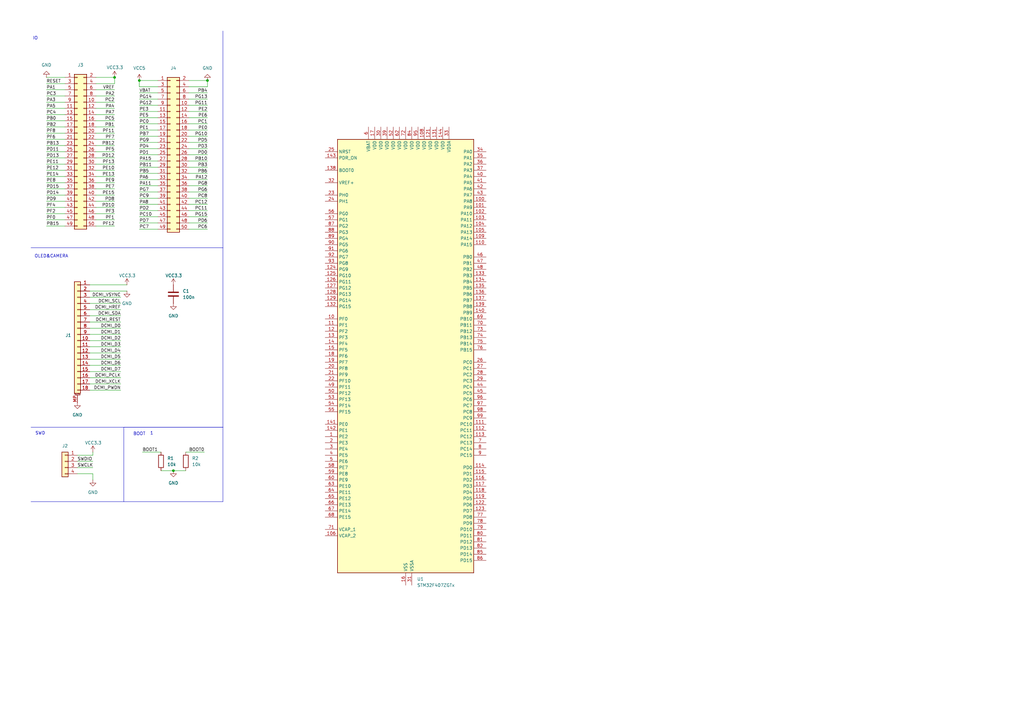
<source format=kicad_sch>
(kicad_sch (version 20250114) (generator "eeschema") (generator_version "9.0")
  (paper "A3")
  (lib_symbols
    (symbol "Connector_Generic:Conn_01x04" (pin_names (offset 1.016) (hide yes))
      (property "Reference" "J" (at 0 5.08 0))
      (property "Value" "Conn_01x04" (at 0 -7.62 0))
      (symbol "Conn_01x04_1_1"
        (rectangle (start -1.27 3.81) (end 1.27 -6.35) (stroke (width 0.254)) (fill (type background)))
        (rectangle (start -1.27 2.667) (end 0 2.413) (stroke (width 0.1524)))
        (rectangle (start -1.27 0.127) (end 0 -0.127) (stroke (width 0.1524)))
        (rectangle (start -1.27 -2.413) (end 0 -2.667) (stroke (width 0.1524)))
        (rectangle (start -1.27 -4.953) (end 0 -5.207) (stroke (width 0.1524)))
        (pin passive line (at -5.08 2.54 0) (length 3.81) (name "Pin_1") (number "1"))
        (pin passive line (at -5.08 0 0) (length 3.81) (name "Pin_2") (number "2"))
        (pin passive line (at -5.08 -2.54 0) (length 3.81) (name "Pin_3") (number "3"))
        (pin passive line (at -5.08 -5.08 0) (length 3.81) (name "Pin_4") (number "4"))
      )
    )
    (symbol "Connector_Generic:Conn_02x25_Odd_Even" (pin_names (offset 1.016) (hide yes))
      (property "Reference" "J" (at 1.27 33.02 0))
      (property "Value" "Conn_02x25_Odd_Even" (at 1.27 -33.02 0))
      (symbol "Conn_02x25_Odd_Even_1_1"
        (rectangle (start -1.27 31.75) (end 3.81 -31.75) (stroke (width 0.254)) (fill (type background)))
        (rectangle (start -1.27 30.607) (end 0 30.353) (stroke (width 0.1524)))
        (rectangle (start -1.27 28.067) (end 0 27.813) (stroke (width 0.1524)))
        (rectangle (start -1.27 25.527) (end 0 25.273) (stroke (width 0.1524)))
        (rectangle (start -1.27 22.987) (end 0 22.733) (stroke (width 0.1524)))
        (rectangle (start -1.27 20.447) (end 0 20.193) (stroke (width 0.1524)))
        (rectangle (start -1.27 17.907) (end 0 17.653) (stroke (width 0.1524)))
        (rectangle (start -1.27 15.367) (end 0 15.113) (stroke (width 0.1524)))
        (rectangle (start -1.27 12.827) (end 0 12.573) (stroke (width 0.1524)))
        (rectangle (start -1.27 10.287) (end 0 10.033) (stroke (width 0.1524)))
        (rectangle (start -1.27 7.747) (end 0 7.493) (stroke (width 0.1524)))
        (rectangle (start -1.27 5.207) (end 0 4.953) (stroke (width 0.1524)))
        (rectangle (start -1.27 2.667) (end 0 2.413) (stroke (width 0.1524)))
        (rectangle (start -1.27 0.127) (end 0 -0.127) (stroke (width 0.1524)))
        (rectangle (start -1.27 -2.413) (end 0 -2.667) (stroke (width 0.1524)))
        (rectangle (start -1.27 -4.953) (end 0 -5.207) (stroke (width 0.1524)))
        (rectangle (start -1.27 -7.493) (end 0 -7.747) (stroke (width 0.1524)))
        (rectangle (start -1.27 -10.033) (end 0 -10.287) (stroke (width 0.1524)))
        (rectangle (start -1.27 -12.573) (end 0 -12.827) (stroke (width 0.1524)))
        (rectangle (start -1.27 -15.113) (end 0 -15.367) (stroke (width 0.1524)))
        (rectangle (start -1.27 -17.653) (end 0 -17.907) (stroke (width 0.1524)))
        (rectangle (start -1.27 -20.193) (end 0 -20.447) (stroke (width 0.1524)))
        (rectangle (start -1.27 -22.733) (end 0 -22.987) (stroke (width 0.1524)))
        (rectangle (start -1.27 -25.273) (end 0 -25.527) (stroke (width 0.1524)))
        (rectangle (start -1.27 -27.813) (end 0 -28.067) (stroke (width 0.1524)))
        (rectangle (start -1.27 -30.353) (end 0 -30.607) (stroke (width 0.1524)))
        (rectangle (start 3.81 30.607) (end 2.54 30.353) (stroke (width 0.1524)))
        (rectangle (start 3.81 28.067) (end 2.54 27.813) (stroke (width 0.1524)))
        (rectangle (start 3.81 25.527) (end 2.54 25.273) (stroke (width 0.1524)))
        (rectangle (start 3.81 22.987) (end 2.54 22.733) (stroke (width 0.1524)))
        (rectangle (start 3.81 20.447) (end 2.54 20.193) (stroke (width 0.1524)))
        (rectangle (start 3.81 17.907) (end 2.54 17.653) (stroke (width 0.1524)))
        (rectangle (start 3.81 15.367) (end 2.54 15.113) (stroke (width 0.1524)))
        (rectangle (start 3.81 12.827) (end 2.54 12.573) (stroke (width 0.1524)))
        (rectangle (start 3.81 10.287) (end 2.54 10.033) (stroke (width 0.1524)))
        (rectangle (start 3.81 7.747) (end 2.54 7.493) (stroke (width 0.1524)))
        (rectangle (start 3.81 5.207) (end 2.54 4.953) (stroke (width 0.1524)))
        (rectangle (start 3.81 2.667) (end 2.54 2.413) (stroke (width 0.1524)))
        (rectangle (start 3.81 0.127) (end 2.54 -0.127) (stroke (width 0.1524)))
        (rectangle (start 3.81 -2.413) (end 2.54 -2.667) (stroke (width 0.1524)))
        (rectangle (start 3.81 -4.953) (end 2.54 -5.207) (stroke (width 0.1524)))
        (rectangle (start 3.81 -7.493) (end 2.54 -7.747) (stroke (width 0.1524)))
        (rectangle (start 3.81 -10.033) (end 2.54 -10.287) (stroke (width 0.1524)))
        (rectangle (start 3.81 -12.573) (end 2.54 -12.827) (stroke (width 0.1524)))
        (rectangle (start 3.81 -15.113) (end 2.54 -15.367) (stroke (width 0.1524)))
        (rectangle (start 3.81 -17.653) (end 2.54 -17.907) (stroke (width 0.1524)))
        (rectangle (start 3.81 -20.193) (end 2.54 -20.447) (stroke (width 0.1524)))
        (rectangle (start 3.81 -22.733) (end 2.54 -22.987) (stroke (width 0.1524)))
        (rectangle (start 3.81 -25.273) (end 2.54 -25.527) (stroke (width 0.1524)))
        (rectangle (start 3.81 -27.813) (end 2.54 -28.067) (stroke (width 0.1524)))
        (rectangle (start 3.81 -30.353) (end 2.54 -30.607) (stroke (width 0.1524)))
        (pin passive line (at -5.08 30.48 0) (length 3.81) (name "Pin_1") (number "1"))
        (pin passive line (at -5.08 27.94 0) (length 3.81) (name "Pin_3") (number "3"))
        (pin passive line (at -5.08 25.4 0) (length 3.81) (name "Pin_5") (number "5"))
        (pin passive line (at -5.08 22.86 0) (length 3.81) (name "Pin_7") (number "7"))
        (pin passive line (at -5.08 20.32 0) (length 3.81) (name "Pin_9") (number "9"))
        (pin passive line (at -5.08 17.78 0) (length 3.81) (name "Pin_11") (number "11"))
        (pin passive line (at -5.08 15.24 0) (length 3.81) (name "Pin_13") (number "13"))
        (pin passive line (at -5.08 12.7 0) (length 3.81) (name "Pin_15") (number "15"))
        (pin passive line (at -5.08 10.16 0) (length 3.81) (name "Pin_17") (number "17"))
        (pin passive line (at -5.08 7.62 0) (length 3.81) (name "Pin_19") (number "19"))
        (pin passive line (at -5.08 5.08 0) (length 3.81) (name "Pin_21") (number "21"))
        (pin passive line (at -5.08 2.54 0) (length 3.81) (name "Pin_23") (number "23"))
        (pin passive line (at -5.08 0 0) (length 3.81) (name "Pin_25") (number "25"))
        (pin passive line (at -5.08 -2.54 0) (length 3.81) (name "Pin_27") (number "27"))
        (pin passive line (at -5.08 -5.08 0) (length 3.81) (name "Pin_29") (number "29"))
        (pin passive line (at -5.08 -7.62 0) (length 3.81) (name "Pin_31") (number "31"))
        (pin passive line (at -5.08 -10.16 0) (length 3.81) (name "Pin_33") (number "33"))
        (pin passive line (at -5.08 -12.7 0) (length 3.81) (name "Pin_35") (number "35"))
        (pin passive line (at -5.08 -15.24 0) (length 3.81) (name "Pin_37") (number "37"))
        (pin passive line (at -5.08 -17.78 0) (length 3.81) (name "Pin_39") (number "39"))
        (pin passive line (at -5.08 -20.32 0) (length 3.81) (name "Pin_41") (number "41"))
        (pin passive line (at -5.08 -22.86 0) (length 3.81) (name "Pin_43") (number "43"))
        (pin passive line (at -5.08 -25.4 0) (length 3.81) (name "Pin_45") (number "45"))
        (pin passive line (at -5.08 -27.94 0) (length 3.81) (name "Pin_47") (number "47"))
        (pin passive line (at -5.08 -30.48 0) (length 3.81) (name "Pin_49") (number "49"))
        (pin passive line (at 7.62 30.48 180) (length 3.81) (name "Pin_2") (number "2"))
        (pin passive line (at 7.62 27.94 180) (length 3.81) (name "Pin_4") (number "4"))
        (pin passive line (at 7.62 25.4 180) (length 3.81) (name "Pin_6") (number "6"))
        (pin passive line (at 7.62 22.86 180) (length 3.81) (name "Pin_8") (number "8"))
        (pin passive line (at 7.62 20.32 180) (length 3.81) (name "Pin_10") (number "10"))
        (pin passive line (at 7.62 17.78 180) (length 3.81) (name "Pin_12") (number "12"))
        (pin passive line (at 7.62 15.24 180) (length 3.81) (name "Pin_14") (number "14"))
        (pin passive line (at 7.62 12.7 180) (length 3.81) (name "Pin_16") (number "16"))
        (pin passive line (at 7.62 10.16 180) (length 3.81) (name "Pin_18") (number "18"))
        (pin passive line (at 7.62 7.62 180) (length 3.81) (name "Pin_20") (number "20"))
        (pin passive line (at 7.62 5.08 180) (length 3.81) (name "Pin_22") (number "22"))
        (pin passive line (at 7.62 2.54 180) (length 3.81) (name "Pin_24") (number "24"))
        (pin passive line (at 7.62 0 180) (length 3.81) (name "Pin_26") (number "26"))
        (pin passive line (at 7.62 -2.54 180) (length 3.81) (name "Pin_28") (number "28"))
        (pin passive line (at 7.62 -5.08 180) (length 3.81) (name "Pin_30") (number "30"))
        (pin passive line (at 7.62 -7.62 180) (length 3.81) (name "Pin_32") (number "32"))
        (pin passive line (at 7.62 -10.16 180) (length 3.81) (name "Pin_34") (number "34"))
        (pin passive line (at 7.62 -12.7 180) (length 3.81) (name "Pin_36") (number "36"))
        (pin passive line (at 7.62 -15.24 180) (length 3.81) (name "Pin_38") (number "38"))
        (pin passive line (at 7.62 -17.78 180) (length 3.81) (name "Pin_40") (number "40"))
        (pin passive line (at 7.62 -20.32 180) (length 3.81) (name "Pin_42") (number "42"))
        (pin passive line (at 7.62 -22.86 180) (length 3.81) (name "Pin_44") (number "44"))
        (pin passive line (at 7.62 -25.4 180) (length 3.81) (name "Pin_46") (number "46"))
        (pin passive line (at 7.62 -27.94 180) (length 3.81) (name "Pin_48") (number "48"))
        (pin passive line (at 7.62 -30.48 180) (length 3.81) (name "Pin_50") (number "50"))
      )
    )
    (symbol "Connector_Generic_MountingPin:Conn_01x18_MountingPin" (pin_names (offset 1.016) (hide yes))
      (property "Reference" "J" (at 0 22.86 0))
      (property "Value" "Conn_01x18_MountingPin" (at 1.27 -25.4 0))
      (symbol "Conn_01x18_MountingPin_1_1"
        (rectangle (start -1.27 21.59) (end 1.27 -24.13) (stroke (width 0.254)) (fill (type background)))
        (rectangle (start -1.27 20.447) (end 0 20.193) (stroke (width 0.1524)))
        (rectangle (start -1.27 17.907) (end 0 17.653) (stroke (width 0.1524)))
        (rectangle (start -1.27 15.367) (end 0 15.113) (stroke (width 0.1524)))
        (rectangle (start -1.27 12.827) (end 0 12.573) (stroke (width 0.1524)))
        (rectangle (start -1.27 10.287) (end 0 10.033) (stroke (width 0.1524)))
        (rectangle (start -1.27 7.747) (end 0 7.493) (stroke (width 0.1524)))
        (rectangle (start -1.27 5.207) (end 0 4.953) (stroke (width 0.1524)))
        (rectangle (start -1.27 2.667) (end 0 2.413) (stroke (width 0.1524)))
        (rectangle (start -1.27 0.127) (end 0 -0.127) (stroke (width 0.1524)))
        (rectangle (start -1.27 -2.413) (end 0 -2.667) (stroke (width 0.1524)))
        (rectangle (start -1.27 -4.953) (end 0 -5.207) (stroke (width 0.1524)))
        (rectangle (start -1.27 -7.493) (end 0 -7.747) (stroke (width 0.1524)))
        (rectangle (start -1.27 -10.033) (end 0 -10.287) (stroke (width 0.1524)))
        (rectangle (start -1.27 -12.573) (end 0 -12.827) (stroke (width 0.1524)))
        (rectangle (start -1.27 -15.113) (end 0 -15.367) (stroke (width 0.1524)))
        (rectangle (start -1.27 -17.653) (end 0 -17.907) (stroke (width 0.1524)))
        (rectangle (start -1.27 -20.193) (end 0 -20.447) (stroke (width 0.1524)))
        (rectangle (start -1.27 -22.733) (end 0 -22.987) (stroke (width 0.1524)))
        (polyline (pts (xy -1.016 -24.892) (xy 1.016 -24.892)) (stroke (width 0.1524)))
        (text "Mounting" (at 0 -24.511 0) (effects (font (size 0.381 0.381))))
        (pin passive line (at -5.08 20.32 0) (length 3.81) (name "Pin_1") (number "1"))
        (pin passive line (at -5.08 17.78 0) (length 3.81) (name "Pin_2") (number "2"))
        (pin passive line (at -5.08 15.24 0) (length 3.81) (name "Pin_3") (number "3"))
        (pin passive line (at -5.08 12.7 0) (length 3.81) (name "Pin_4") (number "4"))
        (pin passive line (at -5.08 10.16 0) (length 3.81) (name "Pin_5") (number "5"))
        (pin passive line (at -5.08 7.62 0) (length 3.81) (name "Pin_6") (number "6"))
        (pin passive line (at -5.08 5.08 0) (length 3.81) (name "Pin_7") (number "7"))
        (pin passive line (at -5.08 2.54 0) (length 3.81) (name "Pin_8") (number "8"))
        (pin passive line (at -5.08 0 0) (length 3.81) (name "Pin_9") (number "9"))
        (pin passive line (at -5.08 -2.54 0) (length 3.81) (name "Pin_10") (number "10"))
        (pin passive line (at -5.08 -5.08 0) (length 3.81) (name "Pin_11") (number "11"))
        (pin passive line (at -5.08 -7.62 0) (length 3.81) (name "Pin_12") (number "12"))
        (pin passive line (at -5.08 -10.16 0) (length 3.81) (name "Pin_13") (number "13"))
        (pin passive line (at -5.08 -12.7 0) (length 3.81) (name "Pin_14") (number "14"))
        (pin passive line (at -5.08 -15.24 0) (length 3.81) (name "Pin_15") (number "15"))
        (pin passive line (at -5.08 -17.78 0) (length 3.81) (name "Pin_16") (number "16"))
        (pin passive line (at -5.08 -20.32 0) (length 3.81) (name "Pin_17") (number "17"))
        (pin passive line (at -5.08 -22.86 0) (length 3.81) (name "Pin_18") (number "18"))
        (pin passive line (at 0 -27.94 90) (length 3.048) (name "MountPin") (number "MP"))
      )
    )
    (symbol "Device:C" (pin_numbers (hide yes)) (pin_names (offset 0.254))
      (property "Reference" "C" (at 0.635 2.54 0))
      (property "Value" "C" (at 0.635 -2.54 0))
      (symbol "C_0_1"
        (polyline (pts (xy -2.032 0.762) (xy 2.032 0.762)) (stroke (width 0.508)))
        (polyline (pts (xy -2.032 -0.762) (xy 2.032 -0.762)) (stroke (width 0.508)))
      )
      (symbol "C_1_1"
        (pin passive line (at 0 3.81 270) (length 2.794) (name "~") (number "1"))
        (pin passive line (at 0 -3.81 90) (length 2.794) (name "~") (number "2"))
      )
    )
    (symbol "Device:R" (pin_numbers (hide yes)) (pin_names (offset 0))
      (property "Reference" "R" (at 2.032 0 90))
      (property "Value" "R" (at 0 0 90))
      (symbol "R_0_1"
        (rectangle (start -1.016 -2.54) (end 1.016 2.54) (stroke (width 0.254)))
      )
      (symbol "R_1_1"
        (pin passive line (at 0 3.81 270) (length 1.27) (name "~") (number "1"))
        (pin passive line (at 0 -3.81 90) (length 1.27) (name "~") (number "2"))
      )
    )
    (symbol "MCU_ST_STM32F4:STM32F407ZGTx"
      (property "Reference" "U" (at -27.94 90.17 0))
      (property "Value" "STM32F407ZGTx" (at 20.32 90.17 0))
      (symbol "STM32F407ZGTx_0_1"
        (rectangle (start -27.94 -88.9) (end 27.94 88.9) (stroke (width 0.254)) (fill (type background)))
      )
      (symbol "STM32F407ZGTx_1_1"
        (pin input line (at -33.02 83.82 0) (length 5.08) (name "NRST") (number "25"))
        (pin input line (at -33.02 81.28 0) (length 5.08) (name "PDR_ON") (number "143"))
        (pin input line (at -33.02 76.2 0) (length 5.08) (name "BOOT0") (number "138"))
        (pin input line (at -33.02 71.12 0) (length 5.08) (name "VREF+") (number "32"))
        (pin bidirectional line (at -33.02 66.04 0) (length 5.08) (name "PH0") (number "23"))
        (pin bidirectional line (at -33.02 63.5 0) (length 5.08) (name "PH1") (number "24"))
        (pin bidirectional line (at -33.02 58.42 0) (length 5.08) (name "PG0") (number "56"))
        (pin bidirectional line (at -33.02 55.88 0) (length 5.08) (name "PG1") (number "57"))
        (pin bidirectional line (at -33.02 53.34 0) (length 5.08) (name "PG2") (number "87"))
        (pin bidirectional line (at -33.02 50.8 0) (length 5.08) (name "PG3") (number "88"))
        (pin bidirectional line (at -33.02 48.26 0) (length 5.08) (name "PG4") (number "89"))
        (pin bidirectional line (at -33.02 45.72 0) (length 5.08) (name "PG5") (number "90"))
        (pin bidirectional line (at -33.02 43.18 0) (length 5.08) (name "PG6") (number "91"))
        (pin bidirectional line (at -33.02 40.64 0) (length 5.08) (name "PG7") (number "92"))
        (pin bidirectional line (at -33.02 38.1 0) (length 5.08) (name "PG8") (number "93"))
        (pin bidirectional line (at -33.02 35.56 0) (length 5.08) (name "PG9") (number "124"))
        (pin bidirectional line (at -33.02 33.02 0) (length 5.08) (name "PG10") (number "125"))
        (pin bidirectional line (at -33.02 30.48 0) (length 5.08) (name "PG11") (number "126"))
        (pin bidirectional line (at -33.02 27.94 0) (length 5.08) (name "PG12") (number "127"))
        (pin bidirectional line (at -33.02 25.4 0) (length 5.08) (name "PG13") (number "128"))
        (pin bidirectional line (at -33.02 22.86 0) (length 5.08) (name "PG14") (number "129"))
        (pin bidirectional line (at -33.02 20.32 0) (length 5.08) (name "PG15") (number "132"))
        (pin bidirectional line (at -33.02 15.24 0) (length 5.08) (name "PF0") (number "10"))
        (pin bidirectional line (at -33.02 12.7 0) (length 5.08) (name "PF1") (number "11"))
        (pin bidirectional line (at -33.02 10.16 0) (length 5.08) (name "PF2") (number "12"))
        (pin bidirectional line (at -33.02 7.62 0) (length 5.08) (name "PF3") (number "13"))
        (pin bidirectional line (at -33.02 5.08 0) (length 5.08) (name "PF4") (number "14"))
        (pin bidirectional line (at -33.02 2.54 0) (length 5.08) (name "PF5") (number "15"))
        (pin bidirectional line (at -33.02 0 0) (length 5.08) (name "PF6") (number "18"))
        (pin bidirectional line (at -33.02 -2.54 0) (length 5.08) (name "PF7") (number "19"))
        (pin bidirectional line (at -33.02 -5.08 0) (length 5.08) (name "PF8") (number "20"))
        (pin bidirectional line (at -33.02 -7.62 0) (length 5.08) (name "PF9") (number "21"))
        (pin bidirectional line (at -33.02 -10.16 0) (length 5.08) (name "PF10") (number "22"))
        (pin bidirectional line (at -33.02 -12.7 0) (length 5.08) (name "PF11") (number "49"))
        (pin bidirectional line (at -33.02 -15.24 0) (length 5.08) (name "PF12") (number "50"))
        (pin bidirectional line (at -33.02 -17.78 0) (length 5.08) (name "PF13") (number "53"))
        (pin bidirectional line (at -33.02 -20.32 0) (length 5.08) (name "PF14") (number "54"))
        (pin bidirectional line (at -33.02 -22.86 0) (length 5.08) (name "PF15") (number "55"))
        (pin bidirectional line (at -33.02 -27.94 0) (length 5.08) (name "PE0") (number "141"))
        (pin bidirectional line (at -33.02 -30.48 0) (length 5.08) (name "PE1") (number "142"))
        (pin bidirectional line (at -33.02 -33.02 0) (length 5.08) (name "PE2") (number "1"))
        (pin bidirectional line (at -33.02 -35.56 0) (length 5.08) (name "PE3") (number "2"))
        (pin bidirectional line (at -33.02 -38.1 0) (length 5.08) (name "PE4") (number "3"))
        (pin bidirectional line (at -33.02 -40.64 0) (length 5.08) (name "PE5") (number "4"))
        (pin bidirectional line (at -33.02 -43.18 0) (length 5.08) (name "PE6") (number "5"))
        (pin bidirectional line (at -33.02 -45.72 0) (length 5.08) (name "PE7") (number "58"))
        (pin bidirectional line (at -33.02 -48.26 0) (length 5.08) (name "PE8") (number "59"))
        (pin bidirectional line (at -33.02 -50.8 0) (length 5.08) (name "PE9") (number "60"))
        (pin bidirectional line (at -33.02 -53.34 0) (length 5.08) (name "PE10") (number "63"))
        (pin bidirectional line (at -33.02 -55.88 0) (length 5.08) (name "PE11") (number "64"))
        (pin bidirectional line (at -33.02 -58.42 0) (length 5.08) (name "PE12") (number "65"))
        (pin bidirectional line (at -33.02 -60.96 0) (length 5.08) (name "PE13") (number "66"))
        (pin bidirectional line (at -33.02 -63.5 0) (length 5.08) (name "PE14") (number "67"))
        (pin bidirectional line (at -33.02 -66.04 0) (length 5.08) (name "PE15") (number "68"))
        (pin power_out line (at -33.02 -71.12 0) (length 5.08) (name "VCAP_1") (number "71"))
        (pin power_out line (at -33.02 -73.66 0) (length 5.08) (name "VCAP_2") (number "106"))
        (pin power_in line (at -15.24 93.98 270) (length 5.08) (name "VBAT") (number "6"))
        (pin power_in line (at -12.7 93.98 270) (length 5.08) (name "VDD") (number "17"))
        (pin power_in line (at -10.16 93.98 270) (length 5.08) (name "VDD") (number "30"))
        (pin power_in line (at -7.62 93.98 270) (length 5.08) (name "VDD") (number "39"))
        (pin power_in line (at -5.08 93.98 270) (length 5.08) (name "VDD") (number "52"))
        (pin power_in line (at -2.54 93.98 270) (length 5.08) (name "VDD") (number "62"))
        (pin power_in line (at 0 93.98 270) (length 5.08) (name "VDD") (number "72"))
        (pin passive line (at 0 -93.98 90) (length 5.08) (hide yes) (name "VSS") (number "107"))
        (pin passive line (at 0 -93.98 90) (length 5.08) (hide yes) (name "VSS") (number "120"))
        (pin passive line (at 0 -93.98 90) (length 5.08) (hide yes) (name "VSS") (number "130"))
        (pin power_in line (at 0 -93.98 90) (length 5.08) (name "VSS") (number "16"))
        (pin passive line (at 0 -93.98 90) (length 5.08) (hide yes) (name "VSS") (number "38"))
        (pin passive line (at 0 -93.98 90) (length 5.08) (hide yes) (name "VSS") (number "51"))
        (pin passive line (at 0 -93.98 90) (length 5.08) (hide yes) (name "VSS") (number "61"))
        (pin passive line (at 0 -93.98 90) (length 5.08) (hide yes) (name "VSS") (number "83"))
        (pin passive line (at 0 -93.98 90) (length 5.08) (hide yes) (name "VSS") (number "94"))
        (pin power_in line (at 2.54 93.98 270) (length 5.08) (name "VDD") (number "84"))
        (pin power_in line (at 2.54 -93.98 90) (length 5.08) (name "VSSA") (number "31"))
        (pin power_in line (at 5.08 93.98 270) (length 5.08) (name "VDD") (number "95"))
        (pin power_in line (at 7.62 93.98 270) (length 5.08) (name "VDD") (number "108"))
        (pin power_in line (at 10.16 93.98 270) (length 5.08) (name "VDD") (number "121"))
        (pin power_in line (at 12.7 93.98 270) (length 5.08) (name "VDD") (number "131"))
        (pin power_in line (at 15.24 93.98 270) (length 5.08) (name "VDD") (number "144"))
        (pin power_in line (at 17.78 93.98 270) (length 5.08) (name "VDDA") (number "33"))
        (pin bidirectional line (at 33.02 83.82 180) (length 5.08) (name "PA0") (number "34"))
        (pin bidirectional line (at 33.02 81.28 180) (length 5.08) (name "PA1") (number "35"))
        (pin bidirectional line (at 33.02 78.74 180) (length 5.08) (name "PA2") (number "36"))
        (pin bidirectional line (at 33.02 76.2 180) (length 5.08) (name "PA3") (number "37"))
        (pin bidirectional line (at 33.02 73.66 180) (length 5.08) (name "PA4") (number "40"))
        (pin bidirectional line (at 33.02 71.12 180) (length 5.08) (name "PA5") (number "41"))
        (pin bidirectional line (at 33.02 68.58 180) (length 5.08) (name "PA6") (number "42"))
        (pin bidirectional line (at 33.02 66.04 180) (length 5.08) (name "PA7") (number "43"))
        (pin bidirectional line (at 33.02 63.5 180) (length 5.08) (name "PA8") (number "100"))
        (pin bidirectional line (at 33.02 60.96 180) (length 5.08) (name "PA9") (number "101"))
        (pin bidirectional line (at 33.02 58.42 180) (length 5.08) (name "PA10") (number "102"))
        (pin bidirectional line (at 33.02 55.88 180) (length 5.08) (name "PA11") (number "103"))
        (pin bidirectional line (at 33.02 53.34 180) (length 5.08) (name "PA12") (number "104"))
        (pin bidirectional line (at 33.02 50.8 180) (length 5.08) (name "PA13") (number "105"))
        (pin bidirectional line (at 33.02 48.26 180) (length 5.08) (name "PA14") (number "109"))
        (pin bidirectional line (at 33.02 45.72 180) (length 5.08) (name "PA15") (number "110"))
        (pin bidirectional line (at 33.02 40.64 180) (length 5.08) (name "PB0") (number "46"))
        (pin bidirectional line (at 33.02 38.1 180) (length 5.08) (name "PB1") (number "47"))
        (pin bidirectional line (at 33.02 35.56 180) (length 5.08) (name "PB2") (number "48"))
        (pin bidirectional line (at 33.02 33.02 180) (length 5.08) (name "PB3") (number "133"))
        (pin bidirectional line (at 33.02 30.48 180) (length 5.08) (name "PB4") (number "134"))
        (pin bidirectional line (at 33.02 27.94 180) (length 5.08) (name "PB5") (number "135"))
        (pin bidirectional line (at 33.02 25.4 180) (length 5.08) (name "PB6") (number "136"))
        (pin bidirectional line (at 33.02 22.86 180) (length 5.08) (name "PB7") (number "137"))
        (pin bidirectional line (at 33.02 20.32 180) (length 5.08) (name "PB8") (number "139"))
        (pin bidirectional line (at 33.02 17.78 180) (length 5.08) (name "PB9") (number "140"))
        (pin bidirectional line (at 33.02 15.24 180) (length 5.08) (name "PB10") (number "69"))
        (pin bidirectional line (at 33.02 12.7 180) (length 5.08) (name "PB11") (number "70"))
        (pin bidirectional line (at 33.02 10.16 180) (length 5.08) (name "PB12") (number "73"))
        (pin bidirectional line (at 33.02 7.62 180) (length 5.08) (name "PB13") (number "74"))
        (pin bidirectional line (at 33.02 5.08 180) (length 5.08) (name "PB14") (number "75"))
        (pin bidirectional line (at 33.02 2.54 180) (length 5.08) (name "PB15") (number "76"))
        (pin bidirectional line (at 33.02 -2.54 180) (length 5.08) (name "PC0") (number "26"))
        (pin bidirectional line (at 33.02 -5.08 180) (length 5.08) (name "PC1") (number "27"))
        (pin bidirectional line (at 33.02 -7.62 180) (length 5.08) (name "PC2") (number "28"))
        (pin bidirectional line (at 33.02 -10.16 180) (length 5.08) (name "PC3") (number "29"))
        (pin bidirectional line (at 33.02 -12.7 180) (length 5.08) (name "PC4") (number "44"))
        (pin bidirectional line (at 33.02 -15.24 180) (length 5.08) (name "PC5") (number "45"))
        (pin bidirectional line (at 33.02 -17.78 180) (length 5.08) (name "PC6") (number "96"))
        (pin bidirectional line (at 33.02 -20.32 180) (length 5.08) (name "PC7") (number "97"))
        (pin bidirectional line (at 33.02 -22.86 180) (length 5.08) (name "PC8") (number "98"))
        (pin bidirectional line (at 33.02 -25.4 180) (length 5.08) (name "PC9") (number "99"))
        (pin bidirectional line (at 33.02 -27.94 180) (length 5.08) (name "PC10") (number "111"))
        (pin bidirectional line (at 33.02 -30.48 180) (length 5.08) (name "PC11") (number "112"))
        (pin bidirectional line (at 33.02 -33.02 180) (length 5.08) (name "PC12") (number "113"))
        (pin bidirectional line (at 33.02 -35.56 180) (length 5.08) (name "PC13") (number "7"))
        (pin bidirectional line (at 33.02 -38.1 180) (length 5.08) (name "PC14") (number "8"))
        (pin bidirectional line (at 33.02 -40.64 180) (length 5.08) (name "PC15") (number "9"))
        (pin bidirectional line (at 33.02 -45.72 180) (length 5.08) (name "PD0") (number "114"))
        (pin bidirectional line (at 33.02 -48.26 180) (length 5.08) (name "PD1") (number "115"))
        (pin bidirectional line (at 33.02 -50.8 180) (length 5.08) (name "PD2") (number "116"))
        (pin bidirectional line (at 33.02 -53.34 180) (length 5.08) (name "PD3") (number "117"))
        (pin bidirectional line (at 33.02 -55.88 180) (length 5.08) (name "PD4") (number "118"))
        (pin bidirectional line (at 33.02 -58.42 180) (length 5.08) (name "PD5") (number "119"))
        (pin bidirectional line (at 33.02 -60.96 180) (length 5.08) (name "PD6") (number "122"))
        (pin bidirectional line (at 33.02 -63.5 180) (length 5.08) (name "PD7") (number "123"))
        (pin bidirectional line (at 33.02 -66.04 180) (length 5.08) (name "PD8") (number "77"))
        (pin bidirectional line (at 33.02 -68.58 180) (length 5.08) (name "PD9") (number "78"))
        (pin bidirectional line (at 33.02 -71.12 180) (length 5.08) (name "PD10") (number "79"))
        (pin bidirectional line (at 33.02 -73.66 180) (length 5.08) (name "PD11") (number "80"))
        (pin bidirectional line (at 33.02 -76.2 180) (length 5.08) (name "PD12") (number "81"))
        (pin bidirectional line (at 33.02 -78.74 180) (length 5.08) (name "PD13") (number "82"))
        (pin bidirectional line (at 33.02 -81.28 180) (length 5.08) (name "PD14") (number "85"))
        (pin bidirectional line (at 33.02 -83.82 180) (length 5.08) (name "PD15") (number "86"))
      )
    )
    (symbol "power:GND" (power) (pin_numbers (hide yes)) (pin_names (offset 0) (hide yes))
      (property "Value" "GND" (at 0 -3.81 0))
      (symbol "GND_0_1"
        (polyline (pts (xy 0 0) (xy 0 -1.27) (xy 1.27 -1.27) (xy 0 -2.54) (xy -1.27 -1.27) (xy 0 -1.27)))
      )
      (symbol "GND_1_1"
        (pin power_in line (at 0 0 270) (length 0) (name "~") (number "1"))
      )
    )
    (symbol "power:VCC" (power) (pin_numbers (hide yes)) (pin_names (offset 0) (hide yes))
      (property "Value" "VCC" (at 0 3.556 0))
      (symbol "VCC_0_1"
        (polyline (pts (xy -0.762 1.27) (xy 0 2.54)))
        (polyline (pts (xy 0 2.54) (xy 0.762 1.27)))
        (polyline (pts (xy 0 0) (xy 0 2.54)))
      )
      (symbol "VCC_1_1"
        (pin power_in line (at 0 0 90) (length 0) (name "~") (number "1"))
      )
    )
  )
  (text "IO" (at 14.478 15.748 0) (effects (font (size 1.27 1.27))))
  (text "1" (at 62.23 177.8 0) (effects (font (size 1.27 1.27))))
  (text "OLED&CAMERA" (at 21.082 105.156 0) (effects (font (size 1.27 1.27))))
  (text "BOOT" (at 57.15 178.054 0) (effects (font (size 1.27 1.27))))
  (text "SWD" (at 16.51 177.8 0) (effects (font (size 1.27 1.27))))
  (junction (at 71.12 193.04))
  (junction (at 85.09 33.02))
  (junction (at 46.99 31.75))
  (junction (at 57.15 33.02))
  (wire (pts (xy 36.83 157.48) (xy 49.53 157.48)))
  (wire (pts (xy 46.99 39.37) (xy 39.37 39.37)))
  (polyline (pts (xy 91.44 175.26) (xy 91.44 205.74)))
  (wire (pts (xy 57.15 33.02) (xy 57.15 35.56)))
  (wire (pts (xy 46.99 77.47) (xy 39.37 77.47)))
  (wire (pts (xy 31.75 189.23) (xy 38.1 189.23)))
  (wire (pts (xy 19.05 64.77) (xy 26.67 64.77)))
  (wire (pts (xy 36.83 144.78) (xy 49.53 144.78)))
  (wire (pts (xy 57.15 78.74) (xy 64.77 78.74)))
  (wire (pts (xy 19.05 52.07) (xy 26.67 52.07)))
  (wire (pts (xy 36.83 154.94) (xy 49.53 154.94)))
  (wire (pts (xy 39.37 34.29) (xy 46.99 34.29)))
  (wire (pts (xy 77.47 33.02) (xy 85.09 33.02)))
  (wire (pts (xy 19.05 87.63) (xy 26.67 87.63)))
  (wire (pts (xy 85.09 86.36) (xy 77.47 86.36)))
  (wire (pts (xy 85.09 91.44) (xy 77.47 91.44)))
  (wire (pts (xy 46.99 52.07) (xy 39.37 52.07)))
  (wire (pts (xy 36.83 129.54) (xy 49.53 129.54)))
  (wire (pts (xy 46.99 46.99) (xy 39.37 46.99)))
  (wire (pts (xy 19.05 80.01) (xy 26.67 80.01)))
  (wire (pts (xy 57.15 43.18) (xy 64.77 43.18)))
  (wire (pts (xy 38.1 186.69) (xy 31.75 186.69)))
  (wire (pts (xy 85.09 53.34) (xy 77.47 53.34)))
  (wire (pts (xy 66.04 193.04) (xy 71.12 193.04)))
  (wire (pts (xy 57.15 81.28) (xy 64.77 81.28)))
  (wire (pts (xy 85.09 45.72) (xy 77.47 45.72)))
  (wire (pts (xy 46.99 90.17) (xy 39.37 90.17)))
  (wire (pts (xy 46.99 67.31) (xy 39.37 67.31)))
  (wire (pts (xy 19.05 85.09) (xy 26.67 85.09)))
  (wire (pts (xy 46.99 62.23) (xy 39.37 62.23)))
  (wire (pts (xy 38.1 196.85) (xy 38.1 194.31)))
  (wire (pts (xy 36.83 137.16) (xy 49.53 137.16)))
  (wire (pts (xy 19.05 59.69) (xy 26.67 59.69)))
  (wire (pts (xy 57.15 35.56) (xy 64.77 35.56)))
  (wire (pts (xy 85.09 43.18) (xy 77.47 43.18)))
  (wire (pts (xy 46.99 54.61) (xy 39.37 54.61)))
  (wire (pts (xy 46.99 87.63) (xy 39.37 87.63)))
  (wire (pts (xy 57.15 71.12) (xy 64.77 71.12)))
  (wire (pts (xy 85.09 58.42) (xy 77.47 58.42)))
  (wire (pts (xy 57.15 83.82) (xy 64.77 83.82)))
  (wire (pts (xy 46.99 72.39) (xy 39.37 72.39)))
  (wire (pts (xy 36.83 147.32) (xy 49.53 147.32)))
  (wire (pts (xy 19.05 41.91) (xy 26.67 41.91)))
  (wire (pts (xy 85.09 78.74) (xy 77.47 78.74)))
  (wire (pts (xy 38.1 194.31) (xy 31.75 194.31)))
  (wire (pts (xy 19.05 72.39) (xy 26.67 72.39)))
  (polyline (pts (xy 50.8 175.26) (xy 91.44 175.26)))
  (wire (pts (xy 19.05 69.85) (xy 26.67 69.85)))
  (wire (pts (xy 85.09 88.9) (xy 77.47 88.9)))
  (wire (pts (xy 85.09 66.04) (xy 77.47 66.04)))
  (wire (pts (xy 57.15 55.88) (xy 64.77 55.88)))
  (wire (pts (xy 85.09 50.8) (xy 77.47 50.8)))
  (wire (pts (xy 57.15 76.2) (xy 64.77 76.2)))
  (wire (pts (xy 36.83 142.24) (xy 49.53 142.24)))
  (wire (pts (xy 57.15 53.34) (xy 64.77 53.34)))
  (wire (pts (xy 46.99 64.77) (xy 39.37 64.77)))
  (wire (pts (xy 57.15 93.98) (xy 64.77 93.98)))
  (wire (pts (xy 19.05 39.37) (xy 26.67 39.37)))
  (wire (pts (xy 85.09 63.5) (xy 77.47 63.5)))
  (wire (pts (xy 85.09 55.88) (xy 77.47 55.88)))
  (wire (pts (xy 57.15 38.1) (xy 64.77 38.1)))
  (wire (pts (xy 71.12 193.04) (xy 76.2 193.04)))
  (wire (pts (xy 76.2 185.42) (xy 83.82 185.42)))
  (wire (pts (xy 85.09 73.66) (xy 77.47 73.66)))
  (wire (pts (xy 58.42 185.42) (xy 66.04 185.42)))
  (wire (pts (xy 57.15 48.26) (xy 64.77 48.26)))
  (wire (pts (xy 19.05 36.83) (xy 26.67 36.83)))
  (wire (pts (xy 19.05 82.55) (xy 26.67 82.55)))
  (wire (pts (xy 57.15 45.72) (xy 64.77 45.72)))
  (polyline (pts (xy 50.8 175.26) (xy 50.8 205.74)))
  (wire (pts (xy 46.99 92.71) (xy 39.37 92.71)))
  (polyline (pts (xy 12.7 101.6) (xy 91.44 101.6)))
  (wire (pts (xy 39.37 31.75) (xy 46.99 31.75)))
  (wire (pts (xy 46.99 80.01) (xy 39.37 80.01)))
  (wire (pts (xy 46.99 49.53) (xy 39.37 49.53)))
  (wire (pts (xy 19.05 92.71) (xy 26.67 92.71)))
  (wire (pts (xy 46.99 59.69) (xy 39.37 59.69)))
  (wire (pts (xy 36.83 119.38) (xy 52.07 119.38)))
  (wire (pts (xy 57.15 60.96) (xy 64.77 60.96)))
  (wire (pts (xy 77.47 35.56) (xy 85.09 35.56)))
  (wire (pts (xy 36.83 149.86) (xy 49.53 149.86)))
  (wire (pts (xy 36.83 139.7) (xy 49.53 139.7)))
  (wire (pts (xy 85.09 38.1) (xy 77.47 38.1)))
  (wire (pts (xy 46.99 57.15) (xy 39.37 57.15)))
  (wire (pts (xy 85.09 93.98) (xy 77.47 93.98)))
  (wire (pts (xy 57.15 91.44) (xy 64.77 91.44)))
  (wire (pts (xy 19.05 62.23) (xy 26.67 62.23)))
  (wire (pts (xy 85.09 71.12) (xy 77.47 71.12)))
  (wire (pts (xy 46.99 82.55) (xy 39.37 82.55)))
  (wire (pts (xy 85.09 60.96) (xy 77.47 60.96)))
  (wire (pts (xy 19.05 46.99) (xy 26.67 46.99)))
  (polyline (pts (xy 91.44 12.7) (xy 91.44 101.6)))
  (wire (pts (xy 46.99 85.09) (xy 39.37 85.09)))
  (polyline (pts (xy 12.7 175.26) (xy 91.44 175.26)))
  (wire (pts (xy 19.05 90.17) (xy 26.67 90.17)))
  (wire (pts (xy 46.99 44.45) (xy 39.37 44.45)))
  (wire (pts (xy 19.05 67.31) (xy 26.67 67.31)))
  (wire (pts (xy 46.99 34.29) (xy 46.99 31.75)))
  (wire (pts (xy 85.09 40.64) (xy 77.47 40.64)))
  (wire (pts (xy 36.83 121.92) (xy 49.53 121.92)))
  (wire (pts (xy 36.83 116.84) (xy 52.07 116.84)))
  (wire (pts (xy 36.83 160.02) (xy 49.53 160.02)))
  (wire (pts (xy 57.15 33.02) (xy 64.77 33.02)))
  (wire (pts (xy 85.09 68.58) (xy 77.47 68.58)))
  (wire (pts (xy 19.05 54.61) (xy 26.67 54.61)))
  (wire (pts (xy 57.15 40.64) (xy 64.77 40.64)))
  (wire (pts (xy 46.99 36.83) (xy 39.37 36.83)))
  (wire (pts (xy 38.1 185.42) (xy 38.1 186.69)))
  (wire (pts (xy 19.05 74.93) (xy 26.67 74.93)))
  (wire (pts (xy 19.05 31.75) (xy 26.67 31.75)))
  (wire (pts (xy 19.05 44.45) (xy 26.67 44.45)))
  (wire (pts (xy 57.15 86.36) (xy 64.77 86.36)))
  (wire (pts (xy 57.15 88.9) (xy 64.77 88.9)))
  (wire (pts (xy 19.05 57.15) (xy 26.67 57.15)))
  (wire (pts (xy 19.05 34.29) (xy 26.67 34.29)))
  (wire (pts (xy 19.05 49.53) (xy 26.67 49.53)))
  (wire (pts (xy 57.15 68.58) (xy 64.77 68.58)))
  (wire (pts (xy 46.99 41.91) (xy 39.37 41.91)))
  (wire (pts (xy 85.09 83.82) (xy 77.47 83.82)))
  (wire (pts (xy 36.83 132.08) (xy 49.53 132.08)))
  (wire (pts (xy 57.15 73.66) (xy 64.77 73.66)))
  (wire (pts (xy 46.99 74.93) (xy 39.37 74.93)))
  (wire (pts (xy 36.83 152.4) (xy 49.53 152.4)))
  (wire (pts (xy 19.05 77.47) (xy 26.67 77.47)))
  (wire (pts (xy 85.09 76.2) (xy 77.47 76.2)))
  (wire (pts (xy 85.09 81.28) (xy 77.47 81.28)))
  (wire (pts (xy 46.99 69.85) (xy 39.37 69.85)))
  (wire (pts (xy 57.15 50.8) (xy 64.77 50.8)))
  (wire (pts (xy 57.15 58.42) (xy 64.77 58.42)))
  (polyline (pts (xy 12.7 205.74) (xy 91.44 205.74)))
  (polyline (pts (xy 91.44 101.6) (xy 91.44 175.26)))
  (wire (pts (xy 85.09 35.56) (xy 85.09 33.02)))
  (wire (pts (xy 85.09 48.26) (xy 77.47 48.26)))
  (wire (pts (xy 57.15 63.5) (xy 64.77 63.5)))
  (wire (pts (xy 31.75 191.77) (xy 38.1 191.77)))
  (wire (pts (xy 57.15 66.04) (xy 64.77 66.04)))
  (wire (pts (xy 36.83 124.46) (xy 49.53 124.46)))
  (wire (pts (xy 36.83 127) (xy 49.53 127)))
  (wire (pts (xy 36.83 134.62) (xy 49.53 134.62)))
  (label "PD10" (at 46.99 85.09 180))
  (label "PD14" (at 19.05 80.01 0))
  (label "DCMI_SCL" (at 49.53 124.46 180))
  (label "PG6" (at 85.09 78.74 180))
  (label "PF0" (at 19.05 90.17 0))
  (label "PF5" (at 46.99 62.23 180))
  (label "PE12" (at 19.05 69.85 0))
  (label "PG13" (at 85.09 40.64 180))
  (label "DCMI_D6" (at 49.53 149.86 180))
  (label "BOOT0" (at 83.82 185.42 180))
  (label "DCMI_VSYNC" (at 49.53 121.92 180))
  (label "PC12" (at 85.09 83.82 180))
  (label "PD0" (at 85.09 63.5 180))
  (label "PD7" (at 57.15 91.44 0))
  (label "RESET" (at 19.05 34.29 0))
  (label "PG8" (at 85.09 76.2 180))
  (label "PA15" (at 57.15 66.04 0))
  (label "PC3" (at 19.05 39.37 0))
  (label "PA3" (at 19.05 41.91 0))
  (label "PE13" (at 46.99 72.39 180))
  (label "PE10" (at 46.99 69.85 180))
  (label "DCMI_HREF" (at 49.53 127 180))
  (label "PE0" (at 85.09 53.34 180))
  (label "PB5" (at 57.15 71.12 0))
  (label "DCMI_PCLK" (at 49.53 154.94 180))
  (label "PF1" (at 46.99 90.17 180))
  (label "PG14" (at 57.15 40.64 0))
  (label "PB10" (at 85.09 66.04 180))
  (label "PD8" (at 46.99 82.55 180))
  (label "PE14" (at 19.05 72.39 0))
  (label "PF3" (at 46.99 87.63 180))
  (label "PB1" (at 46.99 52.07 180))
  (label "PC7" (at 57.15 93.98 0))
  (label "PA1" (at 19.05 36.83 0))
  (label "DCMI_D7" (at 49.53 152.4 180))
  (label "PE1" (at 57.15 53.34 0))
  (label "PD13" (at 19.05 64.77 0))
  (label "PC9" (at 57.15 81.28 0))
  (label "DCMI_SDA" (at 49.53 129.54 180))
  (label "PB0" (at 19.05 49.53 0))
  (label "PC5" (at 46.99 49.53 180))
  (label "PA2" (at 46.99 39.37 180))
  (label "DCMI_D2" (at 49.53 139.7 180))
  (label "VREF" (at 46.99 36.83 180))
  (label "PD1" (at 57.15 63.5 0))
  (label "PG11" (at 85.09 43.18 180))
  (label "PB2" (at 19.05 52.07 0))
  (label "BOOT1" (at 58.42 185.42 0))
  (label "PB7" (at 57.15 55.88 0))
  (label "PF2" (at 19.05 87.63 0))
  (label "PA7" (at 46.99 46.99 180))
  (label "PB15" (at 19.05 92.71 0))
  (label "PB11" (at 57.15 68.58 0))
  (label "DCMI_D5" (at 49.53 147.32 180))
  (label "DCMI_D0" (at 49.53 134.62 180))
  (label "DCMI_XCLK" (at 49.53 157.48 180))
  (label "PC10" (at 57.15 88.9 0))
  (label "PA11" (at 57.15 76.2 0))
  (label "PE7" (at 46.99 77.47 180))
  (label "PB13" (at 19.05 59.69 0))
  (label "PD2" (at 57.15 86.36 0))
  (label "PE8" (at 19.05 74.93 0))
  (label "PD3" (at 85.09 60.96 180))
  (label "PA4" (at 46.99 44.45 180))
  (label "PE9" (at 46.99 74.93 180))
  (label "DCMI_D1" (at 49.53 137.16 180))
  (label "PA6" (at 57.15 73.66 0))
  (label "SWCLK" (at 31.75 191.77 0))
  (label "PC11" (at 85.09 86.36 180))
  (label "PA12" (at 85.09 73.66 180))
  (label "SWDIO" (at 31.75 189.23 0))
  (label "PG7" (at 57.15 78.74 0))
  (label "PD11" (at 19.05 62.23 0))
  (label "PC6" (at 85.09 93.98 180))
  (label "PD4" (at 57.15 60.96 0))
  (label "PF6" (at 19.05 57.15 0))
  (label "PE15" (at 46.99 80.01 180))
  (label "DCMI_PWDN" (at 49.53 160.02 180))
  (label "PD5" (at 85.09 58.42 180))
  (label "PB12" (at 46.99 59.69 180))
  (label "PD6" (at 85.09 91.44 180))
  (label "PF7" (at 46.99 57.15 180))
  (label "PA5" (at 19.05 44.45 0))
  (label "PG15" (at 85.09 88.9 180))
  (label "DCMI_D3" (at 49.53 142.24 180))
  (label "DCMI_REST" (at 49.53 132.08 180))
  (label "PF13" (at 46.99 67.31 180))
  (label "PC4" (at 19.05 46.99 0))
  (label "PF11" (at 46.99 54.61 180))
  (label "PF8" (at 19.05 54.61 0))
  (label "PE2" (at 85.09 45.72 180))
  (label "PF4" (at 19.05 85.09 0))
  (label "PD9" (at 19.05 82.55 0))
  (label "VBAT" (at 57.15 38.1 0))
  (label "PB4" (at 85.09 38.1 180))
  (label "PC0" (at 57.15 50.8 0))
  (label "PE5" (at 57.15 48.26 0))
  (label "PG10" (at 85.09 55.88 180))
  (label "PE3" (at 57.15 45.72 0))
  (label "PG9" (at 57.15 58.42 0))
  (label "PG12" (at 57.15 43.18 0))
  (label "PB3" (at 85.09 68.58 180))
  (label "PA8" (at 57.15 83.82 0))
  (label "PC1" (at 85.09 50.8 180))
  (label "PC8" (at 85.09 81.28 180))
  (label "PD12" (at 46.99 64.77 180))
  (label "PC2" (at 46.99 41.91 180))
  (label "PD15" (at 19.05 77.47 0))
  (label "PE11" (at 19.05 67.31 0))
  (label "PE6" (at 85.09 48.26 180))
  (label "DCMI_D4" (at 49.53 144.78 180))
  (label "PF12" (at 46.99 92.71 180))
  (label "PB6" (at 85.09 71.12 180))
  (symbol (lib_id "Connector_Generic:Conn_02x25_Odd_Even") (at 31.75 62.23 0) (unit 1)
    (property "Reference" "J3" (at 33.02 26.67 0))
    (property "Value" "Conn_02x25_Odd_Even" (effects (hide yes)))
    (property "Footprint" "Connector_PinSocket_2.54mm:PinSocket_2x25_P2.54mm_Vertical" (effects (hide yes)))
    (property "Description" "Generic connector, double row, 02x25, odd/even pin numbering scheme (row 1 odd numbers, row 2 even numbers), script generated (kicad-library-utils/schlib/autogen/connector/)" (effects (hide yes)))
  )
  (symbol (lib_id "power:GND") (at 71.12 124.46 0) (unit 1)
    (property "Reference" "#PWR09" (effects (hide yes)))
    (property "Value" "GND" (at 71.12 129.54 0))
    (property "Description" "Power symbol creates a global label with name \"GND\" , ground" (effects (hide yes)))
  )
  (symbol (lib_id "Device:C") (at 71.12 120.65 0) (unit 1)
    (property "Reference" "C1" (at 74.93 119.3799 0) (effects (justify left)))
    (property "Value" "100n" (at 74.93 121.9199 0) (effects (justify left)))
    (property "Description" "Unpolarized capacitor" (effects (hide yes)))
  )
  (symbol (lib_id "power:VCC") (at 71.12 116.84 0) (unit 1)
    (property "Reference" "#PWR08" (effects (hide yes)))
    (property "Value" "VCC3.3" (at 67.818 113.03 0) (effects (justify left)))
    (property "Description" "Power symbol creates a global label with name \"VCC\"" (effects (hide yes)))
  )
  (symbol (lib_id "MCU_ST_STM32F4:STM32F407ZGTx") (at 166.37 146.05 0) (unit 1)
    (property "Reference" "U1" (at 171.0533 237.49 0) (effects (justify left)))
    (property "Value" "STM32F407ZGTx" (at 171.0533 240.03 0) (effects (justify left)))
    (property "Footprint" "Package_QFP:LQFP-144_20x20mm_P0.5mm" (effects (hide yes)))
    (property "Datasheet" "https://www.st.com/resource/en/datasheet/stm32f407zg.pdf" (effects (hide yes)))
    (property "Description" "STMicroelectronics Arm Cortex-M4 MCU, 1024KB flash, 192KB RAM, 168 MHz, 1.8-3.6V, 114 GPIO, LQFP144" (effects (hide yes)))
  )
  (symbol (lib_id "power:GND") (at 38.1 196.85 0) (unit 1)
    (property "Reference" "#PWR011" (effects (hide yes)))
    (property "Value" "GND" (at 38.1 201.93 0))
    (property "Description" "Power symbol creates a global label with name \"GND\" , ground" (effects (hide yes)))
  )
  (symbol (lib_id "power:GND") (at 52.07 119.38 0) (unit 1)
    (property "Reference" "#PWR06" (effects (hide yes)))
    (property "Value" "GND" (at 52.07 124.46 0))
    (property "Description" "Power symbol creates a global label with name \"GND\" , ground" (effects (hide yes)))
  )
  (symbol (lib_id "Connector_Generic:Conn_02x25_Odd_Even") (at 69.85 63.5 0) (unit 1)
    (property "Reference" "J4" (at 71.12 27.94 0))
    (property "Value" "Conn_02x25_Odd_Even" (effects (hide yes)))
    (property "Footprint" "Connector_PinSocket_2.54mm:PinSocket_2x25_P2.54mm_Vertical" (effects (hide yes)))
    (property "Description" "Generic connector, double row, 02x25, odd/even pin numbering scheme (row 1 odd numbers, row 2 even numbers), script generated (kicad-library-utils/schlib/autogen/connector/)" (effects (hide yes)))
  )
  (symbol (lib_id "power:VCC") (at 38.1 185.42 0) (unit 1)
    (property "Reference" "#PWR010" (effects (hide yes)))
    (property "Value" "VCC3.3" (at 34.798 181.61 0) (effects (justify left)))
    (property "Description" "Power symbol creates a global label with name \"VCC\"" (effects (hide yes)))
  )
  (symbol (lib_id "power:GND") (at 31.75 165.1 0) (unit 1)
    (property "Reference" "#PWR07" (effects (hide yes)))
    (property "Value" "GND" (at 31.75 170.18 0))
    (property "Description" "Power symbol creates a global label with name \"GND\" , ground" (effects (hide yes)))
  )
  (symbol (lib_id "Device:R") (at 66.04 189.23 0) (unit 1)
    (property "Reference" "R1" (at 68.58 187.9599 0) (effects (justify left)))
    (property "Value" "10k" (at 68.58 190.4999 0) (effects (justify left)))
    (property "Description" "Resistor" (effects (hide yes)))
  )
  (symbol (lib_id "Device:R") (at 76.2 189.23 0) (unit 1)
    (property "Reference" "R2" (at 78.74 187.9599 0) (effects (justify left)))
    (property "Value" "10k" (at 78.74 190.4999 0) (effects (justify left)))
    (property "Description" "Resistor" (effects (hide yes)))
  )
  (symbol (lib_id "Connector_Generic_MountingPin:Conn_01x18_MountingPin") (at 31.75 137.16 0) (mirror y) (unit 1)
    (property "Reference" "J1" (at 29.21 137.5155 0) (effects (justify left)))
    (property "Value" "Conn_01x18_MountingPin" (effects (hide yes)))
    (property "Footprint" "Connector_FFC-FPC:Hirose_FH12-18S-0.5SH_1x18-1MP_P0.50mm_Horizontal" (effects (hide yes)))
    (property "Description" "Generic connectable mounting pin connector, single row, 01x18, script generated (kicad-library-utils/schlib/autogen/connector/)" (effects (hide yes)))
  )
  (symbol (lib_id "power:GND") (at 85.09 33.02 180) (unit 1)
    (property "Reference" "#PWR04" (effects (hide yes)))
    (property "Value" "GND" (at 85.09 27.94 0))
    (property "Description" "Power symbol creates a global label with name \"GND\" , ground" (effects (hide yes)))
  )
  (symbol (lib_id "power:VCC") (at 46.99 31.75 0) (unit 1)
    (property "Reference" "#PWR02" (effects (hide yes)))
    (property "Value" "VCC3.3" (at 43.688 27.686 0) (effects (justify left)))
    (property "Description" "Power symbol creates a global label with name \"VCC\"" (effects (hide yes)))
  )
  (symbol (lib_id "power:GND") (at 19.05 31.75 180) (unit 1)
    (property "Reference" "#PWR01" (effects (hide yes)))
    (property "Value" "GND" (at 19.05 26.67 0))
    (property "Description" "Power symbol creates a global label with name \"GND\" , ground" (effects (hide yes)))
  )
  (symbol (lib_id "Connector_Generic:Conn_01x04") (at 26.67 189.23 0) (mirror y) (unit 1)
    (property "Reference" "J2" (at 26.67 182.88 0))
    (property "Value" "Conn_01x04" (effects (hide yes)))
    (property "Footprint" "Connector_PinSocket_2.54mm:PinSocket_1x04_P2.54mm_Vertical" (effects (hide yes)))
    (property "Description" "Generic connector, single row, 01x04, script generated (kicad-library-utils/schlib/autogen/connector/)" (effects (hide yes)))
  )
  (symbol (lib_id "power:GND") (at 71.12 193.04 0) (unit 1)
    (property "Reference" "#PWR012" (effects (hide yes)))
    (property "Value" "GND" (at 71.12 198.12 0))
    (property "Description" "Power symbol creates a global label with name \"GND\" , ground" (effects (hide yes)))
  )
  (symbol (lib_id "power:VCC") (at 52.07 116.84 0) (unit 1)
    (property "Reference" "#PWR05" (effects (hide yes)))
    (property "Value" "VCC3.3" (at 48.768 113.03 0) (effects (justify left)))
    (property "Description" "Power symbol creates a global label with name \"VCC\"" (effects (hide yes)))
  )
  (symbol (lib_id "power:VCC") (at 57.15 33.02 0) (unit 1)
    (property "Reference" "#PWR03" (effects (hide yes)))
    (property "Value" "VCC5" (at 57.15 27.94 0))
    (property "Description" "Power symbol creates a global label with name \"VCC\"" (effects (hide yes)))
  )
)
</source>
